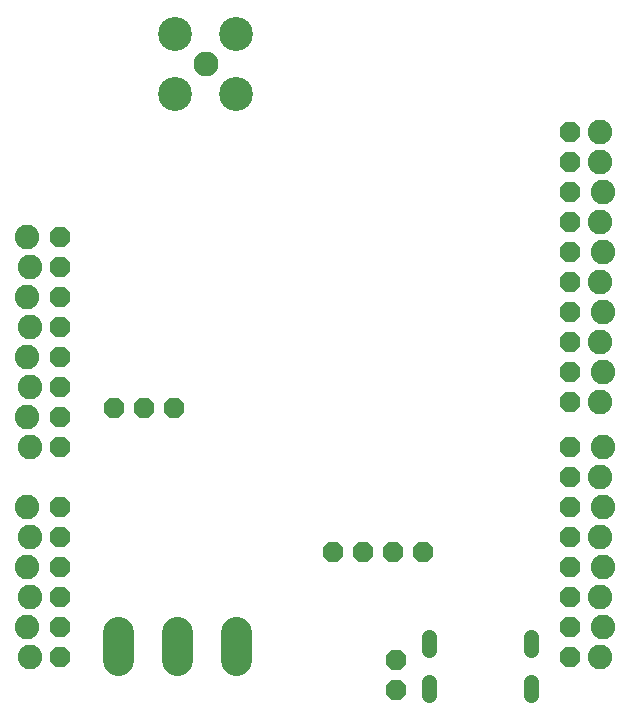
<source format=gbr>
G04 EAGLE Gerber RS-274X export*
G75*
%MOMM*%
%FSLAX34Y34*%
%LPD*%
%INSoldermask Bottom*%
%IPPOS*%
%AMOC8*
5,1,8,0,0,1.08239X$1,22.5*%
G01*
%ADD10C,1.311200*%
%ADD11P,1.869504X8X22.500000*%
%ADD12C,2.082800*%
%ADD13P,1.869504X8X202.500000*%
%ADD14C,2.108200*%
%ADD15C,2.870200*%
%ADD16P,1.869504X8X112.500000*%
%ADD17C,2.583200*%


D10*
X487700Y94560D02*
X487700Y105640D01*
X401300Y105640D02*
X401300Y94560D01*
X487700Y67640D02*
X487700Y56560D01*
X401300Y56560D02*
X401300Y67640D01*
D11*
X520700Y266700D03*
X520700Y241300D03*
X520700Y215900D03*
X520700Y190500D03*
X520700Y165100D03*
X520700Y139700D03*
X520700Y114300D03*
X520700Y88900D03*
X520700Y533400D03*
X520700Y508000D03*
X520700Y482600D03*
X520700Y457200D03*
X520700Y431800D03*
X520700Y406400D03*
X520700Y381000D03*
X520700Y355600D03*
X520700Y330200D03*
X520700Y304800D03*
D12*
X60960Y393700D03*
X63500Y368300D03*
X60960Y342900D03*
X63500Y317500D03*
X60960Y292100D03*
X63500Y266700D03*
X60960Y215900D03*
X63500Y190500D03*
X60960Y165100D03*
X63500Y139700D03*
X60960Y114300D03*
X63500Y88900D03*
X546100Y88900D03*
X548640Y114300D03*
X546100Y139700D03*
X548640Y165100D03*
X546100Y190500D03*
X548640Y215900D03*
X546100Y241300D03*
X548640Y266700D03*
X546100Y304800D03*
X548640Y330200D03*
X546100Y355600D03*
X548640Y381000D03*
X546100Y406400D03*
X548640Y431800D03*
X546100Y457200D03*
X548640Y482600D03*
X546100Y508000D03*
X546100Y533400D03*
X63500Y419100D03*
X60960Y444500D03*
D13*
X88900Y266700D03*
X88900Y292100D03*
X88900Y317500D03*
X88900Y342900D03*
X88900Y368300D03*
X88900Y393700D03*
X88900Y419100D03*
X88900Y444500D03*
X88900Y88900D03*
X88900Y114300D03*
X88900Y139700D03*
X88900Y165100D03*
X88900Y190500D03*
X88900Y215900D03*
D14*
X211836Y590677D03*
D15*
X186337Y565178D03*
X186337Y616176D03*
X237335Y616176D03*
X237335Y565178D03*
D16*
X134620Y299720D03*
X160020Y299720D03*
X185420Y299720D03*
X320040Y177800D03*
X345440Y177800D03*
X370840Y177800D03*
X396240Y177800D03*
D17*
X187960Y110380D02*
X187960Y86580D01*
X237960Y86580D02*
X237960Y110380D01*
X137960Y110380D02*
X137960Y86580D01*
D11*
X373380Y86360D03*
X373380Y60960D03*
M02*

</source>
